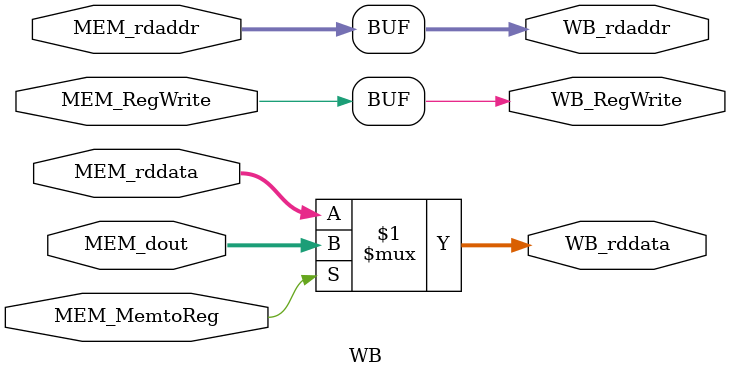
<source format=sv>
module WB(
    // input clk,
    // input rst,
    input MEM_MemtoReg,
    input MEM_RegWrite,
    input [31:0] MEM_rddata,
    input [31:0] MEM_dout,
    input [4:0] MEM_rdaddr,

    output logic [31:0] WB_rddata,
    output logic [4:0] WB_rdaddr,
    output logic WB_RegWrite
);

assign WB_rddata = (MEM_MemtoReg)? MEM_dout : MEM_rddata;
assign WB_rdaddr = MEM_rdaddr;
assign WB_RegWrite = MEM_RegWrite;

endmodule
</source>
